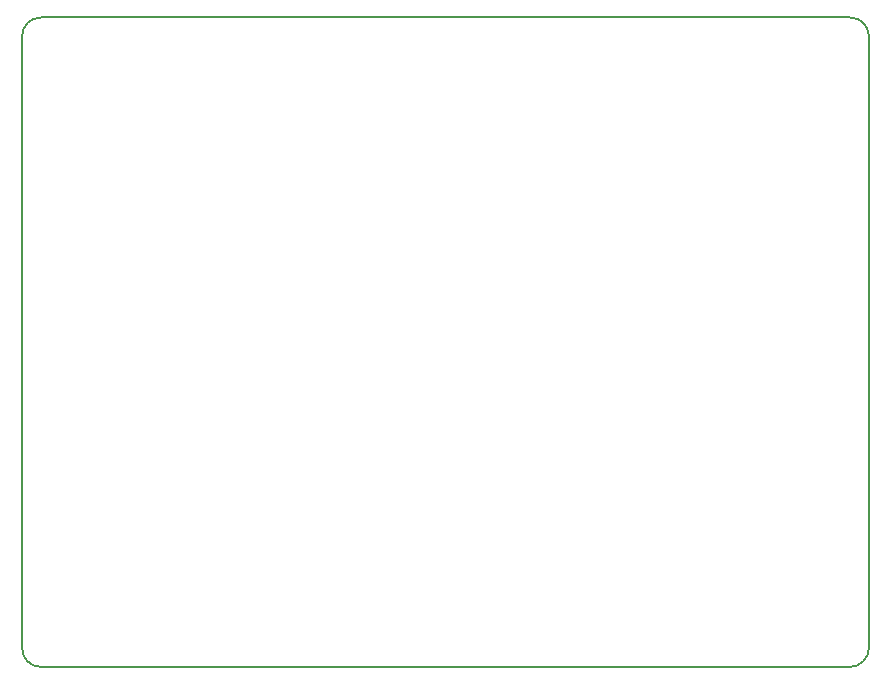
<source format=gm1>
G04 #@! TF.GenerationSoftware,KiCad,Pcbnew,(2017-01-24 revision 0b6147e)-makepkg*
G04 #@! TF.CreationDate,2018-07-27T06:26:56-07:00*
G04 #@! TF.ProjectId,SmartiePiNode,536D617274696550694E6F64652E6B69,1.a*
G04 #@! TF.FileFunction,Profile,NP*
%FSLAX46Y46*%
G04 Gerber Fmt 4.6, Leading zero omitted, Abs format (unit mm)*
G04 Created by KiCad (PCBNEW (2017-01-24 revision 0b6147e)-makepkg) date 07/27/18 06:26:56*
%MOMM*%
%LPD*%
G01*
G04 APERTURE LIST*
%ADD10C,0.100000*%
%ADD11C,0.150000*%
G04 APERTURE END LIST*
D10*
D11*
X99060000Y-97270000D02*
X99060000Y-97270000D01*
X99060000Y-149080000D02*
X99060000Y-97270000D01*
X100650000Y-150660000D02*
X100650000Y-150660000D01*
X169170000Y-150660000D02*
X100650000Y-150660000D01*
X170750000Y-149080000D02*
X170750000Y-149080000D01*
X170750000Y-97260000D02*
X170750000Y-149080000D01*
X169160000Y-95680000D02*
X169160000Y-95680000D01*
X100640000Y-95680000D02*
X169160000Y-95680000D01*
X169170000Y-150660000D02*
G75*
G03X170750000Y-149080000I0J1580000D01*
G01*
X170750000Y-97260000D02*
G75*
G03X169170000Y-95680000I-1580000J0D01*
G01*
X100640000Y-95680000D02*
G75*
G03X99060000Y-97260000I0J-1580000D01*
G01*
X99060000Y-149080000D02*
G75*
G03X100640000Y-150660000I1580000J0D01*
G01*
M02*

</source>
